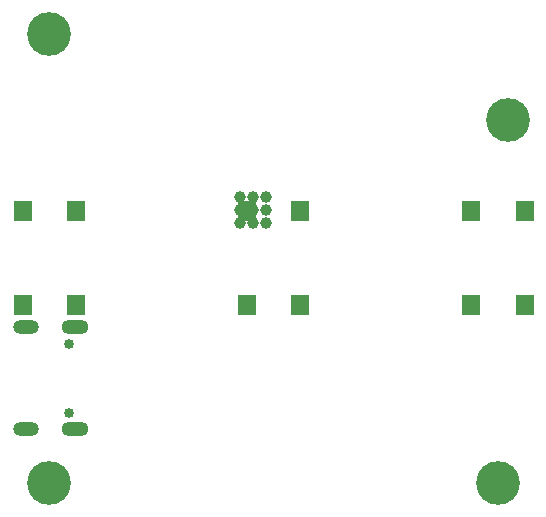
<source format=gbs>
G04*
G04 #@! TF.GenerationSoftware,Altium Limited,Altium Designer,22.6.1 (34)*
G04*
G04 Layer_Color=16711935*
%FSLAX25Y25*%
%MOIN*%
G70*
G04*
G04 #@! TF.SameCoordinates,3CCE4902-C80F-44A4-85C5-196FD7956E2B*
G04*
G04*
G04 #@! TF.FilePolarity,Negative*
G04*
G01*
G75*
%ADD62C,0.14580*%
%ADD63C,0.03359*%
%ADD64O,0.09068X0.04934*%
%ADD65O,0.08674X0.04737*%
%ADD66C,0.03950*%
%ADD77R,0.05918X0.06902*%
D62*
X78000Y46000D02*
D03*
X74803Y-74803D02*
D03*
X-74803D02*
D03*
Y74803D02*
D03*
D63*
X-68012Y-28622D02*
D03*
Y-51378D02*
D03*
D64*
X-66043Y-57008D02*
D03*
Y-22992D02*
D03*
D65*
X-82500Y-57008D02*
D03*
Y-22992D02*
D03*
D66*
X-2669Y20331D02*
D03*
Y16000D02*
D03*
Y11669D02*
D03*
X-7000Y20331D02*
D03*
Y16000D02*
D03*
Y11669D02*
D03*
X-11331Y20331D02*
D03*
Y16000D02*
D03*
Y11669D02*
D03*
D77*
X8858Y-15650D02*
D03*
X-8858D02*
D03*
Y15650D02*
D03*
X8858D02*
D03*
X65945D02*
D03*
X83661D02*
D03*
Y-15650D02*
D03*
X65945D02*
D03*
X-65945D02*
D03*
X-83661D02*
D03*
Y15650D02*
D03*
X-65945D02*
D03*
M02*

</source>
